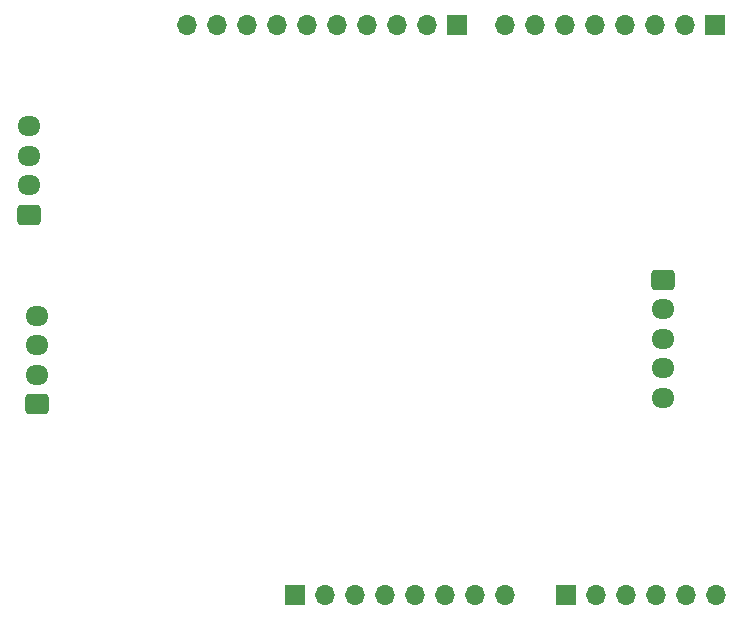
<source format=gbr>
%TF.GenerationSoftware,KiCad,Pcbnew,8.0.7*%
%TF.CreationDate,2025-05-16T10:15:14+02:00*%
%TF.ProjectId,PROJETPCB,50524f4a-4554-4504-9342-2e6b69636164,rev?*%
%TF.SameCoordinates,Original*%
%TF.FileFunction,Soldermask,Top*%
%TF.FilePolarity,Negative*%
%FSLAX46Y46*%
G04 Gerber Fmt 4.6, Leading zero omitted, Abs format (unit mm)*
G04 Created by KiCad (PCBNEW 8.0.7) date 2025-05-16 10:15:14*
%MOMM*%
%LPD*%
G01*
G04 APERTURE LIST*
G04 Aperture macros list*
%AMRoundRect*
0 Rectangle with rounded corners*
0 $1 Rounding radius*
0 $2 $3 $4 $5 $6 $7 $8 $9 X,Y pos of 4 corners*
0 Add a 4 corners polygon primitive as box body*
4,1,4,$2,$3,$4,$5,$6,$7,$8,$9,$2,$3,0*
0 Add four circle primitives for the rounded corners*
1,1,$1+$1,$2,$3*
1,1,$1+$1,$4,$5*
1,1,$1+$1,$6,$7*
1,1,$1+$1,$8,$9*
0 Add four rect primitives between the rounded corners*
20,1,$1+$1,$2,$3,$4,$5,0*
20,1,$1+$1,$4,$5,$6,$7,0*
20,1,$1+$1,$6,$7,$8,$9,0*
20,1,$1+$1,$8,$9,$2,$3,0*%
G04 Aperture macros list end*
%ADD10R,1.700000X1.700000*%
%ADD11O,1.700000X1.700000*%
%ADD12RoundRect,0.250000X-0.725000X0.600000X-0.725000X-0.600000X0.725000X-0.600000X0.725000X0.600000X0*%
%ADD13O,1.950000X1.700000*%
%ADD14RoundRect,0.250000X0.725000X-0.600000X0.725000X0.600000X-0.725000X0.600000X-0.725000X-0.600000X0*%
G04 APERTURE END LIST*
D10*
%TO.C,J1*%
X220200000Y-45625000D03*
D11*
X217660000Y-45625000D03*
X215120000Y-45625000D03*
X212580000Y-45625000D03*
X210040000Y-45625000D03*
X207500000Y-45625000D03*
X204960000Y-45625000D03*
X202420000Y-45625000D03*
X199880000Y-45625000D03*
X197340000Y-45625000D03*
%TD*%
D12*
%TO.C,JOYSTICK1*%
X237617000Y-67183000D03*
D13*
X237617000Y-69683000D03*
X237617000Y-72183000D03*
X237617000Y-74683000D03*
X237617000Y-77183000D03*
%TD*%
D10*
%TO.C,J5*%
X229475000Y-93900000D03*
D11*
X232015000Y-93900000D03*
X234555000Y-93900000D03*
X237095000Y-93900000D03*
X239635000Y-93900000D03*
X242175000Y-93900000D03*
%TD*%
D10*
%TO.C,J4*%
X206525000Y-93875000D03*
D11*
X209065000Y-93875000D03*
X211605000Y-93875000D03*
X214145000Y-93875000D03*
X216685000Y-93875000D03*
X219225000Y-93875000D03*
X221765000Y-93875000D03*
X224305000Y-93875000D03*
%TD*%
D14*
%TO.C,LSM9DS1*%
X184658000Y-77731000D03*
D13*
X184658000Y-75231000D03*
X184658000Y-72731000D03*
X184658000Y-70231000D03*
%TD*%
D14*
%TO.C,AS5048B-TS1*%
X184000000Y-61700000D03*
D13*
X184000000Y-59200000D03*
X184000000Y-56700000D03*
X184000000Y-54200000D03*
%TD*%
D10*
%TO.C,J2*%
X242060000Y-45625000D03*
D11*
X239520000Y-45625000D03*
X236980000Y-45625000D03*
X234440000Y-45625000D03*
X231900000Y-45625000D03*
X229360000Y-45625000D03*
X226820000Y-45625000D03*
X224280000Y-45625000D03*
%TD*%
M02*

</source>
